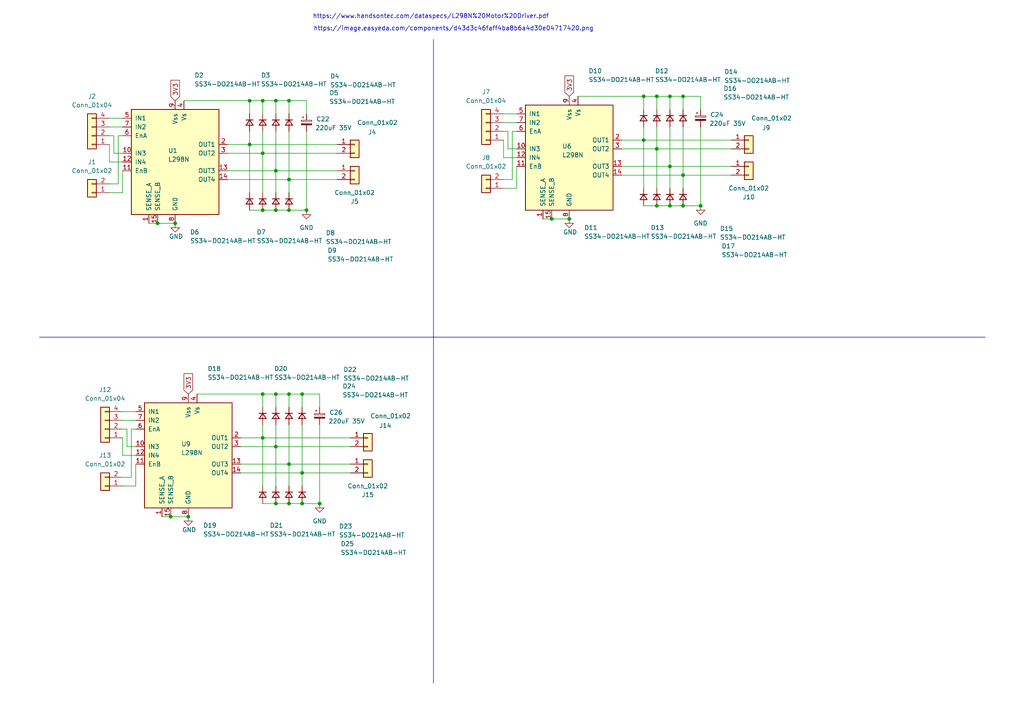
<source format=kicad_sch>
(kicad_sch (version 20231120) (generator "eeschema") (generator_version "8.0")
  (paper "A4")
  (lib_symbols
    (symbol "Connector_Generic:Conn_01x02" (pin_names (offset 1.016) hide)
      (property "Reference" "J" (at 0 2.54 0))
      (property "Value" "Conn_01x02" (at 0 -5.08 0))
      (symbol "Conn_01x02_1_1"
        (rectangle (start -1.27 -2.413) (end 0 -2.667) (stroke (width 0.1524)))
        (rectangle (start -1.27 0.127) (end 0 -0.127) (stroke (width 0.1524)))
        (rectangle (start -1.27 1.27) (end 1.27 -3.81) (stroke (width 0.254)) (fill (type background)))
        (pin passive line (at -5.08 0 0) (length 3.81) (name "Pin_1") (number "1"))
        (pin passive line (at -5.08 -2.54 0) (length 3.81) (name "Pin_2") (number "2"))
      )
    )
    (symbol "Connector_Generic:Conn_01x04" (pin_names (offset 1.016) hide)
      (property "Reference" "J" (at 0 5.08 0))
      (property "Value" "Conn_01x04" (at 0 -7.62 0))
      (symbol "Conn_01x04_1_1"
        (rectangle (start -1.27 -4.953) (end 0 -5.207) (stroke (width 0.1524)))
        (rectangle (start -1.27 -2.413) (end 0 -2.667) (stroke (width 0.1524)))
        (rectangle (start -1.27 0.127) (end 0 -0.127) (stroke (width 0.1524)))
        (rectangle (start -1.27 2.667) (end 0 2.413) (stroke (width 0.1524)))
        (rectangle (start -1.27 3.81) (end 1.27 -6.35) (stroke (width 0.254)) (fill (type background)))
        (pin passive line (at -5.08 2.54 0) (length 3.81) (name "Pin_1") (number "1"))
        (pin passive line (at -5.08 0 0) (length 3.81) (name "Pin_2") (number "2"))
        (pin passive line (at -5.08 -2.54 0) (length 3.81) (name "Pin_3") (number "3"))
        (pin passive line (at -5.08 -5.08 0) (length 3.81) (name "Pin_4") (number "4"))
      )
    )
    (symbol "Device:C_Polarized_Small" (pin_numbers hide) (pin_names (offset 0.254) hide)
      (property "Reference" "C" (at 0.254 1.778 0))
      (property "Value" "C_Polarized_Small" (at 0.254 -2.032 0))
      (symbol "C_Polarized_Small_0_1"
        (rectangle (start -1.524 -0.3048) (end 1.524 -0.6858) (fill (type outline)))
        (rectangle (start -1.524 0.6858) (end 1.524 0.3048))
        (polyline (pts (xy -1.27 1.524) (xy -0.762 1.524)))
        (polyline (pts (xy -1.016 1.27) (xy -1.016 1.778)))
      )
      (symbol "C_Polarized_Small_1_1"
        (pin passive line (at 0 2.54 270) (length 1.8542) (name "~") (number "1"))
        (pin passive line (at 0 -2.54 90) (length 1.8542) (name "~") (number "2"))
      )
    )
    (symbol "Device:D_Small" (pin_numbers hide) (pin_names (offset 0.254) hide)
      (property "Reference" "D" (at -1.27 2.032 0))
      (property "Value" "D_Small" (at -3.81 -2.032 0))
      (symbol "D_Small_0_1"
        (polyline (pts (xy -0.762 -1.016) (xy -0.762 1.016)) (stroke (width 0.254)))
        (polyline (pts (xy -0.762 0) (xy 0.762 0)))
        (polyline (pts (xy 0.762 -1.016) (xy -0.762 0) (xy 0.762 1.016) (xy 0.762 -1.016)) (stroke (width 0.254)))
      )
      (symbol "D_Small_1_1"
        (pin passive line (at -2.54 0 0) (length 1.778) (name "K") (number "1"))
        (pin passive line (at 2.54 0 180) (length 1.778) (name "A") (number "2"))
      )
    )
    (symbol "Driver_Motor:L298N" (pin_names (offset 1.016))
      (property "Reference" "U" (at -10.16 16.51 0))
      (property "Value" "L298N" (at 12.7 16.51 0))
      (symbol "L298N_0_1"
        (rectangle (start -12.7 15.24) (end 12.7 -15.24) (stroke (width 0.254)) (fill (type background)))
      )
      (symbol "L298N_1_1"
        (pin power_in line (at -7.62 -17.78 90) (length 2.54) (name "SENSE_A") (number "1"))
        (pin input line (at -15.24 2.54 0) (length 2.54) (name "IN3") (number "10"))
        (pin input line (at -15.24 -2.54 0) (length 2.54) (name "EnB") (number "11"))
        (pin input line (at -15.24 0 0) (length 2.54) (name "IN4") (number "12"))
        (pin output line (at 15.24 -2.54 180) (length 2.54) (name "OUT3") (number "13"))
        (pin output line (at 15.24 -5.08 180) (length 2.54) (name "OUT4") (number "14"))
        (pin power_in line (at -5.08 -17.78 90) (length 2.54) (name "SENSE_B") (number "15"))
        (pin output line (at 15.24 5.08 180) (length 2.54) (name "OUT1") (number "2"))
        (pin output line (at 15.24 2.54 180) (length 2.54) (name "OUT2") (number "3"))
        (pin power_in line (at 2.54 17.78 270) (length 2.54) (name "Vs") (number "4"))
        (pin input line (at -15.24 12.7 0) (length 2.54) (name "IN1") (number "5"))
        (pin input line (at -15.24 7.62 0) (length 2.54) (name "EnA") (number "6"))
        (pin input line (at -15.24 10.16 0) (length 2.54) (name "IN2") (number "7"))
        (pin power_in line (at 0 -17.78 90) (length 2.54) (name "GND") (number "8"))
        (pin power_in line (at 0 17.78 270) (length 2.54) (name "Vss") (number "9"))
      )
    )
    (symbol "power:GND" (power) (pin_numbers hide) (pin_names (offset 0) hide)
      (property "Value" "GND" (at 0 -3.81 0))
      (symbol "GND_0_1"
        (polyline (pts (xy 0 0) (xy 0 -1.27) (xy 1.27 -1.27) (xy 0 -2.54) (xy -1.27 -1.27) (xy 0 -1.27)))
      )
      (symbol "GND_1_1"
        (pin power_in line (at 0 0 270) (length 0) (name "~") (number "1"))
      )
    )
  )
  (junction (at 194.31 48.26))
  (junction (at 83.82 114.3))
  (junction (at 54.61 149.86))
  (junction (at 50.8 64.77))
  (junction (at 198.12 27.94))
  (junction (at 194.31 59.69))
  (junction (at 165.1 63.5))
  (junction (at 76.2 44.45))
  (junction (at 49.53 149.86))
  (junction (at 76.2 29.21))
  (junction (at 160.02 63.5))
  (junction (at 72.39 41.91))
  (junction (at 80.01 49.53))
  (junction (at 80.01 60.96))
  (junction (at 198.12 59.69))
  (junction (at 203.2 59.69))
  (junction (at 83.82 134.62))
  (junction (at 87.63 114.3))
  (junction (at 190.5 43.18))
  (junction (at 80.01 29.21))
  (junction (at 186.69 40.64))
  (junction (at 83.82 52.07))
  (junction (at 87.63 137.16))
  (junction (at 190.5 59.69))
  (junction (at 198.12 50.8))
  (junction (at 87.63 146.05))
  (junction (at 88.9 60.96))
  (junction (at 80.01 114.3))
  (junction (at 83.82 146.05))
  (junction (at 80.01 129.54))
  (junction (at 83.82 60.96))
  (junction (at 76.2 114.3))
  (junction (at 194.31 27.94))
  (junction (at 45.72 64.77))
  (junction (at 83.82 29.21))
  (junction (at 76.2 60.96))
  (junction (at 190.5 27.94))
  (junction (at 80.01 146.05))
  (junction (at 92.71 146.05))
  (junction (at 76.2 127))
  (junction (at 186.69 27.94))
  (junction (at 72.39 29.21))
  (wire (pts (xy 146.05 38.1) (xy 147.32 38.1)))
  (wire (pts (xy 80.01 146.05) (xy 83.82 146.05)))
  (wire (pts (xy 76.2 123.19) (xy 76.2 127)))
  (wire (pts (xy 92.71 146.05) (xy 87.63 146.05)))
  (wire (pts (xy 36.83 129.54) (xy 39.37 129.54)))
  (wire (pts (xy 80.01 38.1) (xy 80.01 49.53)))
  (wire (pts (xy 31.75 46.99) (xy 35.56 46.99)))
  (wire (pts (xy 148.59 38.1) (xy 149.86 38.1)))
  (wire (pts (xy 88.9 38.1) (xy 88.9 60.96)))
  (wire (pts (xy 80.01 114.3) (xy 83.82 114.3)))
  (wire (pts (xy 194.31 48.26) (xy 212.09 48.26)))
  (wire (pts (xy 198.12 50.8) (xy 212.09 50.8)))
  (wire (pts (xy 76.2 146.05) (xy 80.01 146.05)))
  (wire (pts (xy 66.04 49.53) (xy 80.01 49.53)))
  (wire (pts (xy 146.05 52.07) (xy 148.59 52.07)))
  (wire (pts (xy 76.2 114.3) (xy 80.01 114.3)))
  (wire (pts (xy 88.9 29.21) (xy 83.82 29.21)))
  (wire (pts (xy 190.5 27.94) (xy 194.31 27.94)))
  (wire (pts (xy 194.31 59.69) (xy 198.12 59.69)))
  (wire (pts (xy 83.82 146.05) (xy 87.63 146.05)))
  (wire (pts (xy 180.34 43.18) (xy 190.5 43.18)))
  (wire (pts (xy 83.82 38.1) (xy 83.82 52.07)))
  (wire (pts (xy 88.9 60.96) (xy 83.82 60.96)))
  (wire (pts (xy 146.05 45.72) (xy 149.86 45.72)))
  (wire (pts (xy 46.99 149.86) (xy 49.53 149.86)))
  (wire (pts (xy 92.71 123.19) (xy 92.71 146.05)))
  (wire (pts (xy 72.39 60.96) (xy 76.2 60.96)))
  (wire (pts (xy 76.2 38.1) (xy 76.2 44.45)))
  (wire (pts (xy 72.39 55.88) (xy 72.39 41.91)))
  (wire (pts (xy 33.02 39.37) (xy 33.02 44.45)))
  (wire (pts (xy 72.39 29.21) (xy 72.39 33.02)))
  (wire (pts (xy 76.2 29.21) (xy 80.01 29.21)))
  (polyline (pts (xy 125.73 97.79) (xy 285.75 97.79)))
  (wire (pts (xy 66.04 41.91) (xy 72.39 41.91)))
  (wire (pts (xy 35.56 138.43) (xy 38.1 138.43)))
  (wire (pts (xy 190.5 43.18) (xy 190.5 54.61)))
  (wire (pts (xy 35.56 55.88) (xy 31.75 55.88)))
  (wire (pts (xy 35.56 124.46) (xy 36.83 124.46)))
  (wire (pts (xy 149.86 35.56) (xy 146.05 35.56)))
  (wire (pts (xy 87.63 137.16) (xy 101.6 137.16)))
  (wire (pts (xy 190.5 43.18) (xy 212.09 43.18)))
  (wire (pts (xy 146.05 33.02) (xy 149.86 33.02)))
  (wire (pts (xy 160.02 63.5) (xy 165.1 63.5)))
  (wire (pts (xy 157.48 63.5) (xy 160.02 63.5)))
  (wire (pts (xy 33.02 44.45) (xy 35.56 44.45)))
  (wire (pts (xy 53.34 29.21) (xy 72.39 29.21)))
  (wire (pts (xy 43.18 64.77) (xy 45.72 64.77)))
  (wire (pts (xy 76.2 114.3) (xy 76.2 118.11)))
  (wire (pts (xy 80.01 129.54) (xy 80.01 140.97)))
  (wire (pts (xy 194.31 31.75) (xy 194.31 27.94)))
  (polyline (pts (xy 11.43 97.79) (xy 125.73 97.79)))
  (wire (pts (xy 69.85 134.62) (xy 83.82 134.62)))
  (wire (pts (xy 80.01 49.53) (xy 97.79 49.53)))
  (wire (pts (xy 83.82 114.3) (xy 87.63 114.3)))
  (wire (pts (xy 167.64 27.94) (xy 186.69 27.94)))
  (wire (pts (xy 147.32 38.1) (xy 147.32 43.18)))
  (wire (pts (xy 39.37 140.97) (xy 35.56 140.97)))
  (wire (pts (xy 31.75 39.37) (xy 33.02 39.37)))
  (wire (pts (xy 83.82 52.07) (xy 97.79 52.07)))
  (wire (pts (xy 203.2 27.94) (xy 198.12 27.94)))
  (wire (pts (xy 180.34 40.64) (xy 186.69 40.64)))
  (wire (pts (xy 45.72 64.77) (xy 50.8 64.77)))
  (wire (pts (xy 186.69 54.61) (xy 186.69 40.64)))
  (wire (pts (xy 80.01 129.54) (xy 101.6 129.54)))
  (wire (pts (xy 76.2 44.45) (xy 97.79 44.45)))
  (wire (pts (xy 149.86 48.26) (xy 149.86 54.61)))
  (wire (pts (xy 87.63 118.11) (xy 87.63 114.3)))
  (wire (pts (xy 49.53 149.86) (xy 54.61 149.86)))
  (wire (pts (xy 87.63 123.19) (xy 87.63 137.16)))
  (wire (pts (xy 180.34 50.8) (xy 198.12 50.8)))
  (wire (pts (xy 35.56 49.53) (xy 35.56 55.88)))
  (wire (pts (xy 83.82 52.07) (xy 83.82 55.88)))
  (wire (pts (xy 66.04 44.45) (xy 76.2 44.45)))
  (wire (pts (xy 88.9 33.02) (xy 88.9 29.21)))
  (wire (pts (xy 203.2 31.75) (xy 203.2 27.94)))
  (wire (pts (xy 35.56 119.38) (xy 39.37 119.38)))
  (wire (pts (xy 76.2 33.02) (xy 76.2 29.21)))
  (wire (pts (xy 39.37 134.62) (xy 39.37 140.97)))
  (wire (pts (xy 38.1 124.46) (xy 39.37 124.46)))
  (wire (pts (xy 190.5 31.75) (xy 190.5 27.94)))
  (wire (pts (xy 83.82 134.62) (xy 101.6 134.62)))
  (wire (pts (xy 31.75 41.91) (xy 31.75 46.99)))
  (wire (pts (xy 35.56 132.08) (xy 39.37 132.08)))
  (polyline (pts (xy 125.73 97.79) (xy 125.73 198.12)))
  (wire (pts (xy 92.71 118.11) (xy 92.71 114.3)))
  (wire (pts (xy 72.39 29.21) (xy 76.2 29.21)))
  (wire (pts (xy 80.01 29.21) (xy 83.82 29.21)))
  (wire (pts (xy 66.04 52.07) (xy 83.82 52.07)))
  (wire (pts (xy 76.2 127) (xy 101.6 127)))
  (wire (pts (xy 194.31 48.26) (xy 194.31 54.61)))
  (wire (pts (xy 72.39 41.91) (xy 97.79 41.91)))
  (wire (pts (xy 83.82 123.19) (xy 83.82 134.62)))
  (wire (pts (xy 146.05 40.64) (xy 146.05 45.72)))
  (wire (pts (xy 83.82 134.62) (xy 83.82 140.97)))
  (wire (pts (xy 149.86 54.61) (xy 146.05 54.61)))
  (wire (pts (xy 83.82 33.02) (xy 83.82 29.21)))
  (wire (pts (xy 186.69 27.94) (xy 190.5 27.94)))
  (wire (pts (xy 76.2 140.97) (xy 76.2 127)))
  (wire (pts (xy 57.15 114.3) (xy 76.2 114.3)))
  (wire (pts (xy 39.37 121.92) (xy 35.56 121.92)))
  (wire (pts (xy 180.34 48.26) (xy 194.31 48.26)))
  (wire (pts (xy 194.31 27.94) (xy 198.12 27.94)))
  (polyline (pts (xy 125.73 11.43) (xy 125.73 97.79)))
  (wire (pts (xy 69.85 129.54) (xy 80.01 129.54)))
  (wire (pts (xy 69.85 127) (xy 76.2 127)))
  (wire (pts (xy 186.69 27.94) (xy 186.69 31.75)))
  (wire (pts (xy 80.01 49.53) (xy 80.01 55.88)))
  (wire (pts (xy 72.39 38.1) (xy 72.39 41.91)))
  (wire (pts (xy 198.12 36.83) (xy 198.12 50.8)))
  (wire (pts (xy 80.01 33.02) (xy 80.01 29.21)))
  (wire (pts (xy 83.82 118.11) (xy 83.82 114.3)))
  (wire (pts (xy 80.01 118.11) (xy 80.01 114.3)))
  (wire (pts (xy 186.69 40.64) (xy 212.09 40.64)))
  (wire (pts (xy 34.29 39.37) (xy 35.56 39.37)))
  (wire (pts (xy 147.32 43.18) (xy 149.86 43.18)))
  (wire (pts (xy 198.12 31.75) (xy 198.12 27.94)))
  (wire (pts (xy 87.63 137.16) (xy 87.63 140.97)))
  (wire (pts (xy 34.29 53.34) (xy 34.29 39.37)))
  (wire (pts (xy 38.1 138.43) (xy 38.1 124.46)))
  (wire (pts (xy 35.56 127) (xy 35.56 132.08)))
  (wire (pts (xy 80.01 60.96) (xy 83.82 60.96)))
  (wire (pts (xy 203.2 36.83) (xy 203.2 59.69)))
  (wire (pts (xy 36.83 124.46) (xy 36.83 129.54)))
  (wire (pts (xy 69.85 137.16) (xy 87.63 137.16)))
  (wire (pts (xy 76.2 44.45) (xy 76.2 55.88)))
  (wire (pts (xy 186.69 36.83) (xy 186.69 40.64)))
  (wire (pts (xy 190.5 36.83) (xy 190.5 43.18)))
  (wire (pts (xy 148.59 52.07) (xy 148.59 38.1)))
  (wire (pts (xy 190.5 59.69) (xy 194.31 59.69)))
  (wire (pts (xy 31.75 34.29) (xy 35.56 34.29)))
  (wire (pts (xy 198.12 50.8) (xy 198.12 54.61)))
  (wire (pts (xy 92.71 114.3) (xy 87.63 114.3)))
  (wire (pts (xy 80.01 123.19) (xy 80.01 129.54)))
  (wire (pts (xy 76.2 60.96) (xy 80.01 60.96)))
  (wire (pts (xy 35.56 36.83) (xy 31.75 36.83)))
  (wire (pts (xy 203.2 59.69) (xy 198.12 59.69)))
  (wire (pts (xy 194.31 36.83) (xy 194.31 48.26)))
  (wire (pts (xy 186.69 59.69) (xy 190.5 59.69)))
  (wire (pts (xy 31.75 53.34) (xy 34.29 53.34)))
  (text "https://www.handsontec.com/dataspecs/L298N%20Motor%20Driver.pdf" (at 124.968 4.826 0) (effects (font (size 1.27 1.27))))
  (text "https://image.easyeda.com/components/d43d3c46faff4ba8b6a4d30e04717420.png" (at 131.572 8.382 0) (effects (font (size 1.27 1.27))))
  (global_label "3V3" (shape input) (at 54.61 114.3 90) (property "Intersheetrefs" "${INTERSHEET_REFS}" (effects (hide yes))))
  (global_label "3V3" (shape input) (at 165.1 27.94 90) (property "Intersheetrefs" "${INTERSHEET_REFS}" (effects (hide yes))))
  (global_label "3V3" (shape input) (at 50.8 29.21 90) (property "Intersheetrefs" "${INTERSHEET_REFS}" (effects (hide yes))))
  (symbol (lib_id "Driver_Motor:L298N") (at 50.8 46.99 0) (unit 1)
    (property "Reference" "U1" (at 48.768 43.688 0) (effects (justify left)))
    (property "Value" "L298N" (at 48.768 46.228 0) (effects (justify left)))
    (property "Footprint" "Package_TO_SOT_THT:TO-220-15_P2.54x2.54mm_StaggerOdd_Lead4.58mm_Vertical" (effects (hide yes)))
    (property "Datasheet" "http://www.st.com/st-web-ui/static/active/en/resource/technical/document/datasheet/CD00000240.pdf" (effects (hide yes)))
    (property "Description" "Dual full bridge motor driver, up to 46V, 4A, Multiwatt15-V" (effects (hide yes)))
  )
  (symbol (lib_id "Device:D_Small") (at 87.63 120.65 270) (unit 1)
    (property "Reference" "D24" (at 99.314 112.014 90) (effects (justify left)))
    (property "Value" "SS34-DO214AB-HT" (at 99.314 114.554 90) (effects (justify left)))
    (property "Footprint" "Diode_SMD:D_SMC" (effects (hide yes)))
    (property "Description" "Diode, small symbol" (effects (hide yes)))
    (property "Sim.Device" "D" (effects (hide yes)))
    (property "Sim.Pins" "1=K 2=A" (effects (hide yes)))
  )
  (symbol (lib_id "Device:D_Small") (at 72.39 58.42 270) (unit 1)
    (property "Reference" "D6" (at 55.118 67.31 90) (effects (justify left)))
    (property "Value" "SS34-DO214AB-HT" (at 55.118 69.85 90) (effects (justify left)))
    (property "Footprint" "Diode_SMD:D_SMC" (effects (hide yes)))
    (property "Description" "Diode, small symbol" (effects (hide yes)))
    (property "Sim.Device" "D" (effects (hide yes)))
    (property "Sim.Pins" "1=K 2=A" (effects (hide yes)))
  )
  (symbol (lib_id "Device:D_Small") (at 186.69 57.15 270) (unit 1)
    (property "Reference" "D11" (at 169.418 66.04 90) (effects (justify left)))
    (property "Value" "SS34-DO214AB-HT" (at 169.418 68.58 90) (effects (justify left)))
    (property "Footprint" "Diode_SMD:D_SMC" (effects (hide yes)))
    (property "Description" "Diode, small symbol" (effects (hide yes)))
    (property "Sim.Device" "D" (effects (hide yes)))
    (property "Sim.Pins" "1=K 2=A" (effects (hide yes)))
  )
  (symbol (lib_id "Device:D_Small") (at 80.01 143.51 270) (unit 1)
    (property "Reference" "D21" (at 78.232 152.4 90) (effects (justify left)))
    (property "Value" "SS34-DO214AB-HT" (at 78.232 154.94 90) (effects (justify left)))
    (property "Footprint" "Diode_SMD:D_SMC" (effects (hide yes)))
    (property "Description" "Diode, small symbol" (effects (hide yes)))
    (property "Sim.Device" "D" (effects (hide yes)))
    (property "Sim.Pins" "1=K 2=A" (effects (hide yes)))
  )
  (symbol (lib_id "Device:D_Small") (at 83.82 143.51 270) (unit 1)
    (property "Reference" "D23" (at 98.298 152.654 90) (effects (justify left)))
    (property "Value" "SS34-DO214AB-HT" (at 98.298 155.194 90) (effects (justify left)))
    (property "Footprint" "Diode_SMD:D_SMC" (effects (hide yes)))
    (property "Description" "Diode, small symbol" (effects (hide yes)))
    (property "Sim.Device" "D" (effects (hide yes)))
    (property "Sim.Pins" "1=K 2=A" (effects (hide yes)))
  )
  (symbol (lib_id "power:GND") (at 203.2 59.69 0) (unit 1)
    (property "Reference" "#PWR019" (effects (hide yes)))
    (property "Value" "GND" (at 203.2 64.77 0))
    (property "Description" "Power symbol creates a global label with name \"GND\" , ground" (effects (hide yes)))
  )
  (symbol (lib_id "Device:D_Small") (at 72.39 35.56 270) (unit 1)
    (property "Reference" "D2" (at 56.388 21.844 90) (effects (justify left)))
    (property "Value" "SS34-DO214AB-HT" (at 56.388 24.384 90) (effects (justify left)))
    (property "Footprint" "Diode_SMD:D_SMC" (effects (hide yes)))
    (property "Description" "Diode, small symbol" (effects (hide yes)))
    (property "Sim.Device" "D" (effects (hide yes)))
    (property "Sim.Pins" "1=K 2=A" (effects (hide yes)))
  )
  (symbol (lib_id "Driver_Motor:L298N") (at 165.1 45.72 0) (unit 1)
    (property "Reference" "U6" (at 163.068 42.418 0) (effects (justify left)))
    (property "Value" "L298N" (at 163.068 44.958 0) (effects (justify left)))
    (property "Footprint" "Package_TO_SOT_THT:TO-220-15_P2.54x2.54mm_StaggerOdd_Lead4.58mm_Vertical" (effects (hide yes)))
    (property "Datasheet" "http://www.st.com/st-web-ui/static/active/en/resource/technical/document/datasheet/CD00000240.pdf" (effects (hide yes)))
    (property "Description" "Dual full bridge motor driver, up to 46V, 4A, Multiwatt15-V" (effects (hide yes)))
  )
  (symbol (lib_id "Device:D_Small") (at 198.12 34.29 270) (unit 1)
    (property "Reference" "D16" (at 209.804 25.654 90) (effects (justify left)))
    (property "Value" "SS34-DO214AB-HT" (at 209.804 28.194 90) (effects (justify left)))
    (property "Footprint" "Diode_SMD:D_SMC" (effects (hide yes)))
    (property "Description" "Diode, small symbol" (effects (hide yes)))
    (property "Sim.Device" "D" (effects (hide yes)))
    (property "Sim.Pins" "1=K 2=A" (effects (hide yes)))
  )
  (symbol (lib_id "power:GND") (at 88.9 60.96 0) (unit 1)
    (property "Reference" "#PWR016" (effects (hide yes)))
    (property "Value" "GND" (at 88.9 66.04 0))
    (property "Description" "Power symbol creates a global label with name \"GND\" , ground" (effects (hide yes)))
  )
  (symbol (lib_id "Device:D_Small") (at 190.5 34.29 270) (unit 1)
    (property "Reference" "D12" (at 189.992 20.574 90) (effects (justify left)))
    (property "Value" "SS34-DO214AB-HT" (at 189.992 23.114 90) (effects (justify left)))
    (property "Footprint" "Diode_SMD:D_SMC" (effects (hide yes)))
    (property "Description" "Diode, small symbol" (effects (hide yes)))
    (property "Sim.Device" "D" (effects (hide yes)))
    (property "Sim.Pins" "1=K 2=A" (effects (hide yes)))
  )
  (symbol (lib_id "Device:D_Small") (at 83.82 58.42 270) (unit 1)
    (property "Reference" "D9" (at 94.996 72.644 90) (effects (justify left)))
    (property "Value" "SS34-DO214AB-HT" (at 94.996 75.184 90) (effects (justify left)))
    (property "Footprint" "Diode_SMD:D_SMC" (effects (hide yes)))
    (property "Description" "Diode, small symbol" (effects (hide yes)))
    (property "Sim.Device" "D" (effects (hide yes)))
    (property "Sim.Pins" "1=K 2=A" (effects (hide yes)))
  )
  (symbol (lib_id "Device:D_Small") (at 80.01 58.42 270) (unit 1)
    (property "Reference" "D8" (at 94.488 67.564 90) (effects (justify left)))
    (property "Value" "SS34-DO214AB-HT" (at 94.488 70.104 90) (effects (justify left)))
    (property "Footprint" "Diode_SMD:D_SMC" (effects (hide yes)))
    (property "Description" "Diode, small symbol" (effects (hide yes)))
    (property "Sim.Device" "D" (effects (hide yes)))
    (property "Sim.Pins" "1=K 2=A" (effects (hide yes)))
  )
  (symbol (lib_id "Device:C_Polarized_Small") (at 88.9 35.56 0) (unit 1)
    (property "Reference" "C22" (at 91.694 34.544 0) (effects (justify left)))
    (property "Value" "220uF 35V" (at 91.44 37.084 0) (effects (justify left)))
    (property "Footprint" "Capacitor_SMD:CP_Elec_8x10.5" (effects (hide yes)))
    (property "Description" "Polarized capacitor, small symbol" (effects (hide yes)))
  )
  (symbol (lib_id "Connector_Generic:Conn_01x02") (at 106.68 134.62 0) (unit 1)
    (property "Reference" "J15" (at 106.68 143.51 0))
    (property "Value" "Conn_01x02" (at 106.68 140.97 0))
    (property "Description" "Generic connector, single row, 01x02, script generated (kicad-library-utils/schlib/autogen/connector/)" (effects (hide yes)))
  )
  (symbol (lib_id "power:GND") (at 54.61 149.86 0) (unit 1)
    (property "Reference" "#PWR032" (effects (hide yes)))
    (property "Value" "GND" (at 54.864 153.67 0))
    (property "Description" "Power symbol creates a global label with name \"GND\" , ground" (effects (hide yes)))
  )
  (symbol (lib_id "Device:D_Small") (at 80.01 35.56 270) (unit 1)
    (property "Reference" "D4" (at 95.758 22.098 90) (effects (justify left)))
    (property "Value" "SS34-DO214AB-HT" (at 95.758 24.638 90) (effects (justify left)))
    (property "Footprint" "Diode_SMD:D_SMC" (effects (hide yes)))
    (property "Description" "Diode, small symbol" (effects (hide yes)))
    (property "Sim.Device" "D" (effects (hide yes)))
    (property "Sim.Pins" "1=K 2=A" (effects (hide yes)))
  )
  (symbol (lib_id "Device:D_Small") (at 198.12 57.15 270) (unit 1)
    (property "Reference" "D17" (at 209.296 71.374 90) (effects (justify left)))
    (property "Value" "SS34-DO214AB-HT" (at 209.296 73.914 90) (effects (justify left)))
    (property "Footprint" "Diode_SMD:D_SMC" (effects (hide yes)))
    (property "Description" "Diode, small symbol" (effects (hide yes)))
    (property "Sim.Device" "D" (effects (hide yes)))
    (property "Sim.Pins" "1=K 2=A" (effects (hide yes)))
  )
  (symbol (lib_id "power:GND") (at 92.71 146.05 0) (unit 1)
    (property "Reference" "#PWR033" (effects (hide yes)))
    (property "Value" "GND" (at 92.71 151.13 0))
    (property "Description" "Power symbol creates a global label with name \"GND\" , ground" (effects (hide yes)))
  )
  (symbol (lib_id "Device:D_Small") (at 190.5 57.15 270) (unit 1)
    (property "Reference" "D13" (at 188.722 66.04 90) (effects (justify left)))
    (property "Value" "SS34-DO214AB-HT" (at 188.722 68.58 90) (effects (justify left)))
    (property "Footprint" "Diode_SMD:D_SMC" (effects (hide yes)))
    (property "Description" "Diode, small symbol" (effects (hide yes)))
    (property "Sim.Device" "D" (effects (hide yes)))
    (property "Sim.Pins" "1=K 2=A" (effects (hide yes)))
  )
  (symbol (lib_id "Connector_Generic:Conn_01x02") (at 217.17 40.64 0) (unit 1)
    (property "Reference" "J9" (at 222.25 37.084 0))
    (property "Value" "Conn_01x02" (at 223.774 34.29 0))
    (property "Description" "Generic connector, single row, 01x02, script generated (kicad-library-utils/schlib/autogen/connector/)" (effects (hide yes)))
  )
  (symbol (lib_id "Device:D_Small") (at 186.69 34.29 270) (unit 1)
    (property "Reference" "D10" (at 170.688 20.574 90) (effects (justify left)))
    (property "Value" "SS34-DO214AB-HT" (at 170.688 23.114 90) (effects (justify left)))
    (property "Footprint" "Diode_SMD:D_SMC" (effects (hide yes)))
    (property "Description" "Diode, small symbol" (effects (hide yes)))
    (property "Sim.Device" "D" (effects (hide yes)))
    (property "Sim.Pins" "1=K 2=A" (effects (hide yes)))
  )
  (symbol (lib_id "Connector_Generic:Conn_01x02") (at 102.87 41.91 0) (unit 1)
    (property "Reference" "J4" (at 107.95 38.354 0))
    (property "Value" "Conn_01x02" (at 109.474 35.56 0))
    (property "Description" "Generic connector, single row, 01x02, script generated (kicad-library-utils/schlib/autogen/connector/)" (effects (hide yes)))
  )
  (symbol (lib_id "Connector_Generic:Conn_01x02") (at 140.97 54.61 180) (unit 1)
    (property "Reference" "J8" (at 140.97 45.72 0))
    (property "Value" "Conn_01x02" (at 140.97 48.26 0))
    (property "Description" "Generic connector, single row, 01x02, script generated (kicad-library-utils/schlib/autogen/connector/)" (effects (hide yes)))
  )
  (symbol (lib_id "Driver_Motor:L298N") (at 54.61 132.08 0) (unit 1)
    (property "Reference" "U9" (at 52.578 128.778 0) (effects (justify left)))
    (property "Value" "L298N" (at 52.578 131.318 0) (effects (justify left)))
    (property "Footprint" "Package_TO_SOT_THT:TO-220-15_P2.54x2.54mm_StaggerOdd_Lead4.58mm_Vertical" (effects (hide yes)))
    (property "Datasheet" "http://www.st.com/st-web-ui/static/active/en/resource/technical/document/datasheet/CD00000240.pdf" (effects (hide yes)))
    (property "Description" "Dual full bridge motor driver, up to 46V, 4A, Multiwatt15-V" (effects (hide yes)))
  )
  (symbol (lib_id "Connector_Generic:Conn_01x04") (at 140.97 38.1 180) (unit 1)
    (property "Reference" "J7" (at 140.97 26.67 0))
    (property "Value" "Conn_01x04" (at 140.97 29.21 0))
    (property "Description" "Generic connector, single row, 01x04, script generated (kicad-library-utils/schlib/autogen/connector/)" (effects (hide yes)))
  )
  (symbol (lib_id "Device:D_Small") (at 83.82 35.56 270) (unit 1)
    (property "Reference" "D5" (at 95.504 26.924 90) (effects (justify left)))
    (property "Value" "SS34-DO214AB-HT" (at 95.504 29.464 90) (effects (justify left)))
    (property "Footprint" "Diode_SMD:D_SMC" (effects (hide yes)))
    (property "Description" "Diode, small symbol" (effects (hide yes)))
    (property "Sim.Device" "D" (effects (hide yes)))
    (property "Sim.Pins" "1=K 2=A" (effects (hide yes)))
  )
  (symbol (lib_id "Connector_Generic:Conn_01x02") (at 106.68 127 0) (unit 1)
    (property "Reference" "J14" (at 111.76 123.444 0))
    (property "Value" "Conn_01x02" (at 113.284 120.65 0))
    (property "Description" "Generic connector, single row, 01x02, script generated (kicad-library-utils/schlib/autogen/connector/)" (effects (hide yes)))
  )
  (symbol (lib_id "Device:D_Small") (at 83.82 120.65 270) (unit 1)
    (property "Reference" "D22" (at 99.568 107.188 90) (effects (justify left)))
    (property "Value" "SS34-DO214AB-HT" (at 99.568 109.728 90) (effects (justify left)))
    (property "Footprint" "Diode_SMD:D_SMC" (effects (hide yes)))
    (property "Description" "Diode, small symbol" (effects (hide yes)))
    (property "Sim.Device" "D" (effects (hide yes)))
    (property "Sim.Pins" "1=K 2=A" (effects (hide yes)))
  )
  (symbol (lib_id "Device:D_Small") (at 76.2 35.56 270) (unit 1)
    (property "Reference" "D3" (at 75.692 21.844 90) (effects (justify left)))
    (property "Value" "SS34-DO214AB-HT" (at 75.692 24.384 90) (effects (justify left)))
    (property "Footprint" "Diode_SMD:D_SMC" (effects (hide yes)))
    (property "Description" "Diode, small symbol" (effects (hide yes)))
    (property "Sim.Device" "D" (effects (hide yes)))
    (property "Sim.Pins" "1=K 2=A" (effects (hide yes)))
  )
  (symbol (lib_id "Device:D_Small") (at 87.63 143.51 270) (unit 1)
    (property "Reference" "D25" (at 98.806 157.734 90) (effects (justify left)))
    (property "Value" "SS34-DO214AB-HT" (at 98.806 160.274 90) (effects (justify left)))
    (property "Footprint" "Diode_SMD:D_SMC" (effects (hide yes)))
    (property "Description" "Diode, small symbol" (effects (hide yes)))
    (property "Sim.Device" "D" (effects (hide yes)))
    (property "Sim.Pins" "1=K 2=A" (effects (hide yes)))
  )
  (symbol (lib_id "Connector_Generic:Conn_01x02") (at 30.48 140.97 180) (unit 1)
    (property "Reference" "J13" (at 30.48 132.08 0))
    (property "Value" "Conn_01x02" (at 30.48 134.62 0))
    (property "Description" "Generic connector, single row, 01x02, script generated (kicad-library-utils/schlib/autogen/connector/)" (effects (hide yes)))
  )
  (symbol (lib_id "Device:C_Polarized_Small") (at 203.2 34.29 0) (unit 1)
    (property "Reference" "C24" (at 205.994 33.274 0) (effects (justify left)))
    (property "Value" "220uF 35V" (at 205.74 35.814 0) (effects (justify left)))
    (property "Footprint" "Capacitor_SMD:CP_Elec_8x10.5" (effects (hide yes)))
    (property "Description" "Polarized capacitor, small symbol" (effects (hide yes)))
  )
  (symbol (lib_id "Device:D_Small") (at 194.31 34.29 270) (unit 1)
    (property "Reference" "D14" (at 210.058 20.828 90) (effects (justify left)))
    (property "Value" "SS34-DO214AB-HT" (at 210.058 23.368 90) (effects (justify left)))
    (property "Footprint" "Diode_SMD:D_SMC" (effects (hide yes)))
    (property "Description" "Diode, small symbol" (effects (hide yes)))
    (property "Sim.Device" "D" (effects (hide yes)))
    (property "Sim.Pins" "1=K 2=A" (effects (hide yes)))
  )
  (symbol (lib_id "power:GND") (at 50.8 64.77 0) (unit 1)
    (property "Reference" "#PWR015" (effects (hide yes)))
    (property "Value" "GND" (at 51.054 68.58 0))
    (property "Description" "Power symbol creates a global label with name \"GND\" , ground" (effects (hide yes)))
  )
  (symbol (lib_id "Device:D_Small") (at 80.01 120.65 270) (unit 1)
    (property "Reference" "D20" (at 79.502 106.934 90) (effects (justify left)))
    (property "Value" "SS34-DO214AB-HT" (at 79.502 109.474 90) (effects (justify left)))
    (property "Footprint" "Diode_SMD:D_SMC" (effects (hide yes)))
    (property "Description" "Diode, small symbol" (effects (hide yes)))
    (property "Sim.Device" "D" (effects (hide yes)))
    (property "Sim.Pins" "1=K 2=A" (effects (hide yes)))
  )
  (symbol (lib_id "Device:D_Small") (at 194.31 57.15 270) (unit 1)
    (property "Reference" "D15" (at 208.788 66.294 90) (effects (justify left)))
    (property "Value" "SS34-DO214AB-HT" (at 208.788 68.834 90) (effects (justify left)))
    (property "Footprint" "Diode_SMD:D_SMC" (effects (hide yes)))
    (property "Description" "Diode, small symbol" (effects (hide yes)))
    (property "Sim.Device" "D" (effects (hide yes)))
    (property "Sim.Pins" "1=K 2=A" (effects (hide yes)))
  )
  (symbol (lib_id "Connector_Generic:Conn_01x02") (at 217.17 48.26 0) (unit 1)
    (property "Reference" "J10" (at 217.17 57.15 0))
    (property "Value" "Conn_01x02" (at 217.17 54.61 0))
    (property "Description" "Generic connector, single row, 01x02, script generated (kicad-library-utils/schlib/autogen/connector/)" (effects (hide yes)))
  )
  (symbol (lib_id "Device:D_Small") (at 76.2 120.65 270) (unit 1)
    (property "Reference" "D18" (at 60.198 106.934 90) (effects (justify left)))
    (property "Value" "SS34-DO214AB-HT" (at 60.198 109.474 90) (effects (justify left)))
    (property "Footprint" "Diode_SMD:D_SMC" (effects (hide yes)))
    (property "Description" "Diode, small symbol" (effects (hide yes)))
    (property "Sim.Device" "D" (effects (hide yes)))
    (property "Sim.Pins" "1=K 2=A" (effects (hide yes)))
  )
  (symbol (lib_id "Connector_Generic:Conn_01x04") (at 26.67 39.37 180) (unit 1)
    (property "Reference" "J2" (at 26.67 27.94 0))
    (property "Value" "Conn_01x04" (at 26.67 30.48 0))
    (property "Description" "Generic connector, single row, 01x04, script generated (kicad-library-utils/schlib/autogen/connector/)" (effects (hide yes)))
  )
  (symbol (lib_id "power:GND") (at 165.1 63.5 0) (unit 1)
    (property "Reference" "#PWR018" (effects (hide yes)))
    (property "Value" "GND" (at 165.354 67.31 0))
    (property "Description" "Power symbol creates a global label with name \"GND\" , ground" (effects (hide yes)))
  )
  (symbol (lib_id "Device:D_Small") (at 76.2 58.42 270) (unit 1)
    (property "Reference" "D7" (at 74.422 67.31 90) (effects (justify left)))
    (property "Value" "SS34-DO214AB-HT" (at 74.422 69.85 90) (effects (justify left)))
    (property "Footprint" "Diode_SMD:D_SMC" (effects (hide yes)))
    (property "Description" "Diode, small symbol" (effects (hide yes)))
    (property "Sim.Device" "D" (effects (hide yes)))
    (property "Sim.Pins" "1=K 2=A" (effects (hide yes)))
  )
  (symbol (lib_id "Device:D_Small") (at 76.2 143.51 270) (unit 1)
    (property "Reference" "D19" (at 58.928 152.4 90) (effects (justify left)))
    (property "Value" "SS34-DO214AB-HT" (at 58.928 154.94 90) (effects (justify left)))
    (property "Footprint" "Diode_SMD:D_SMC" (effects (hide yes)))
    (property "Description" "Diode, small symbol" (effects (hide yes)))
    (property "Sim.Device" "D" (effects (hide yes)))
    (property "Sim.Pins" "1=K 2=A" (effects (hide yes)))
  )
  (symbol (lib_id "Device:C_Polarized_Small") (at 92.71 120.65 0) (unit 1)
    (property "Reference" "C26" (at 95.504 119.634 0) (effects (justify left)))
    (property "Value" "220uF 35V" (at 95.25 122.174 0) (effects (justify left)))
    (property "Description" "Polarized capacitor, small symbol" (effects (hide yes)))
  )
  (symbol (lib_id "Connector_Generic:Conn_01x02") (at 26.67 55.88 180) (unit 1)
    (property "Reference" "J1" (at 26.67 46.99 0))
    (property "Value" "Conn_01x02" (at 26.67 49.53 0))
    (property "Description" "Generic connector, single row, 01x02, script generated (kicad-library-utils/schlib/autogen/connector/)" (effects (hide yes)))
  )
  (symbol (lib_id "Connector_Generic:Conn_01x04") (at 30.48 124.46 180) (unit 1)
    (property "Reference" "J12" (at 30.48 113.03 0))
    (property "Value" "Conn_01x04" (at 30.48 115.57 0))
    (property "Description" "Generic connector, single row, 01x04, script generated (kicad-library-utils/schlib/autogen/connector/)" (effects (hide yes)))
  )
  (symbol (lib_id "Connector_Generic:Conn_01x02") (at 102.87 49.53 0) (unit 1)
    (property "Reference" "J5" (at 102.87 58.42 0))
    (property "Value" "Conn_01x02" (at 102.87 55.88 0))
    (property "Description" "Generic connector, single row, 01x02, script generated (kicad-library-utils/schlib/autogen/connector/)" (effects (hide yes)))
  )
)
</source>
